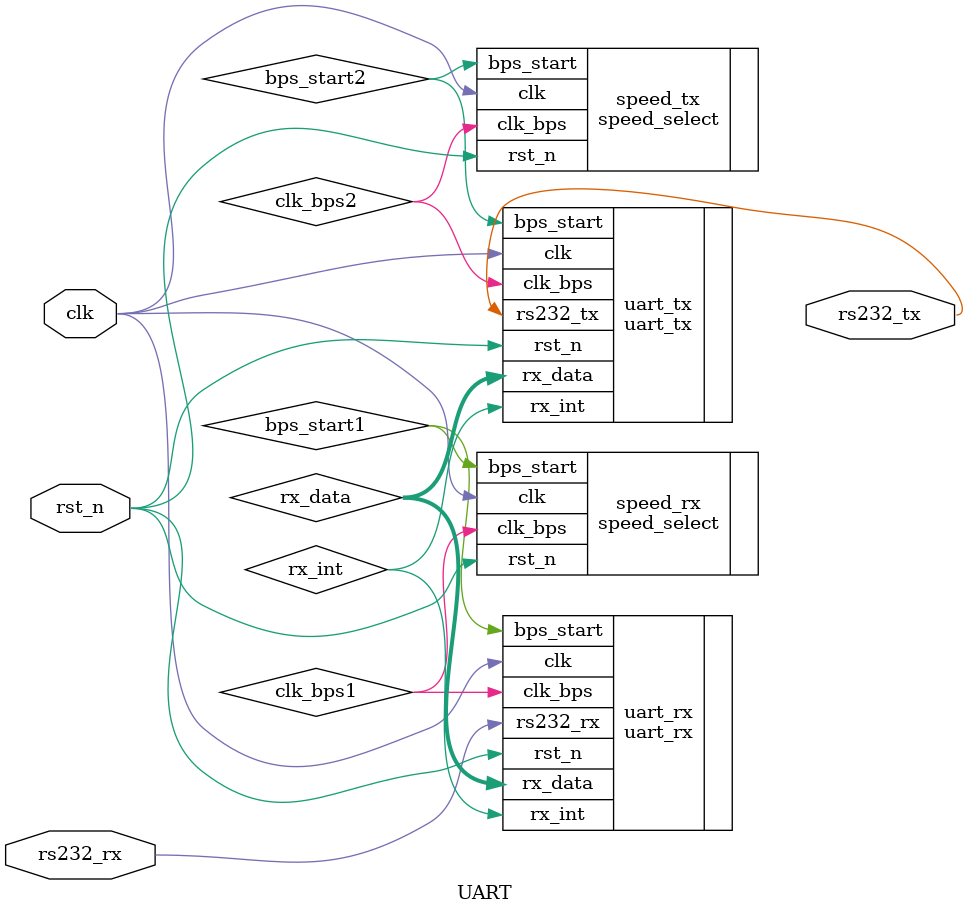
<source format=v>
module UART(clk, rst_n, rs232_rx, rs232_tx);
   input  clk;
   input  rst_n;
   input  rs232_rx;
   output rs232_tx;
   wire   bps_start1, bps_start2;
   wire   clk_bps1, clk_bps2;
   wire   [7:0] rx_data;
   wire   rx_int;

   speed_select	speed_rx(.clk(clk),
			 .rst_n(rst_n),
			 .bps_start(bps_start1),
			 .clk_bps(clk_bps1));

   uart_rx      uart_rx(.clk(clk),
			.rst_n(rst_n),
			.rs232_rx(rs232_rx),
			.rx_data(rx_data),
			.rx_int(rx_int),
			.clk_bps(clk_bps1),
			.bps_start(bps_start1));

   speed_select speed_tx(.clk(clk),
			 .rst_n(rst_n),
			 .bps_start(bps_start2),
			 .clk_bps(clk_bps2));

   uart_tx      uart_tx(.clk(clk),
			.rst_n(rst_n),
			.rx_data(rx_data),
			.rx_int(rx_int),
			.rs232_tx(rs232_tx),
			.clk_bps(clk_bps2),
			.bps_start(bps_start2));

endmodule

</source>
